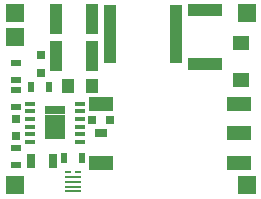
<source format=gbr>
G04 #@! TF.FileFunction,Soldermask,Top*
%FSLAX46Y46*%
G04 Gerber Fmt 4.6, Leading zero omitted, Abs format (unit mm)*
G04 Created by KiCad (PCBNEW 4.0.7) date 02/24/18 17:15:32*
%MOMM*%
%LPD*%
G01*
G04 APERTURE LIST*
%ADD10C,0.100000*%
%ADD11R,1.400000X1.200000*%
%ADD12R,2.080000X1.170000*%
%ADD13R,1.100000X0.800000*%
%ADD14R,0.500000X0.900000*%
%ADD15R,0.890000X0.420000*%
%ADD16R,0.825000X0.712500*%
%ADD17R,0.900000X0.500000*%
%ADD18R,0.700000X1.300000*%
%ADD19R,0.750000X0.800000*%
%ADD20R,1.000000X1.250000*%
%ADD21O,1.362000X0.180000*%
%ADD22O,0.560000X0.180000*%
%ADD23R,1.000000X2.500000*%
%ADD24R,1.000000X5.000000*%
%ADD25R,3.000000X1.000000*%
%ADD26R,0.800000X0.750000*%
%ADD27R,1.500000X1.500000*%
G04 APERTURE END LIST*
D10*
D11*
X146000000Y-83850000D03*
X146000000Y-86950000D03*
D12*
X145830000Y-89000000D03*
X145830000Y-91500000D03*
X145830000Y-94000000D03*
X134170000Y-94000000D03*
X134170000Y-89000000D03*
D13*
X134170000Y-91500000D03*
D14*
X131050000Y-93600000D03*
X132550000Y-93600000D03*
D15*
X128195000Y-88975000D03*
X128195000Y-89625000D03*
X128195000Y-90275000D03*
X128195000Y-90925000D03*
X128195000Y-91575000D03*
X128195000Y-92225000D03*
X132405000Y-92225000D03*
X132405000Y-91575000D03*
X132405000Y-90925000D03*
X132405000Y-90275000D03*
X132405000Y-89625000D03*
X132405000Y-88975000D03*
D16*
X130712500Y-91668750D03*
X130712500Y-90956250D03*
X130712500Y-90243750D03*
X130712500Y-89531250D03*
X129887500Y-91668750D03*
X129887500Y-90956250D03*
X129887500Y-90243750D03*
X129887500Y-89531250D03*
D17*
X127000000Y-85500000D03*
X127000000Y-87000000D03*
D18*
X128250000Y-93800000D03*
X130150000Y-93800000D03*
D17*
X127000000Y-87800000D03*
X127000000Y-89300000D03*
D14*
X128250000Y-87600000D03*
X129750000Y-87600000D03*
D17*
X127000000Y-94200000D03*
X127000000Y-92700000D03*
D19*
X129100000Y-84850000D03*
X129100000Y-86350000D03*
D20*
X131400000Y-87450000D03*
X133400000Y-87450000D03*
D19*
X127000000Y-91750000D03*
X127000000Y-90250000D03*
D21*
X131800000Y-95600000D03*
X131800000Y-96000000D03*
X131800000Y-96400000D03*
X131800000Y-95200000D03*
D22*
X131399000Y-94800000D03*
X132201000Y-94800000D03*
D23*
X130400000Y-84950000D03*
X133400000Y-84950000D03*
D24*
X134900000Y-83100000D03*
X140500000Y-83100000D03*
D25*
X143000000Y-85650000D03*
X143000000Y-81050000D03*
D26*
X134950000Y-90350000D03*
X133450000Y-90350000D03*
D23*
X133400000Y-81800000D03*
X130400000Y-81800000D03*
D27*
X126900000Y-95900000D03*
X146500000Y-95900000D03*
X146500000Y-81300000D03*
X126900000Y-81300000D03*
X126900000Y-83300000D03*
M02*

</source>
